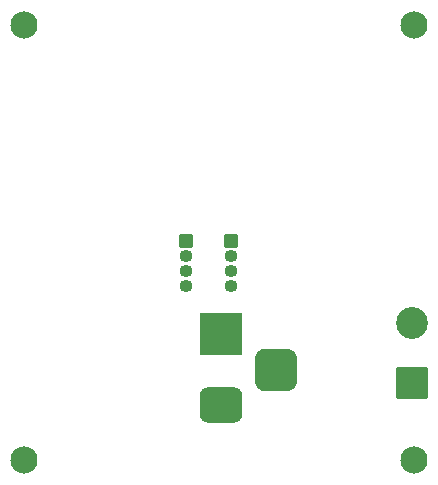
<source format=gbs>
%TF.GenerationSoftware,KiCad,Pcbnew,7.0.5*%
%TF.CreationDate,2023-09-05T15:51:43-07:00*%
%TF.ProjectId,esp32_basic_led_controller,65737033-325f-4626-9173-69635f6c6564,v01 Rev1.0*%
%TF.SameCoordinates,Original*%
%TF.FileFunction,Soldermask,Bot*%
%TF.FilePolarity,Negative*%
%FSLAX46Y46*%
G04 Gerber Fmt 4.6, Leading zero omitted, Abs format (unit mm)*
G04 Created by KiCad (PCBNEW 7.0.5) date 2023-09-05 15:51:43*
%MOMM*%
%LPD*%
G01*
G04 APERTURE LIST*
G04 Aperture macros list*
%AMRoundRect*
0 Rectangle with rounded corners*
0 $1 Rounding radius*
0 $2 $3 $4 $5 $6 $7 $8 $9 X,Y pos of 4 corners*
0 Add a 4 corners polygon primitive as box body*
4,1,4,$2,$3,$4,$5,$6,$7,$8,$9,$2,$3,0*
0 Add four circle primitives for the rounded corners*
1,1,$1+$1,$2,$3*
1,1,$1+$1,$4,$5*
1,1,$1+$1,$6,$7*
1,1,$1+$1,$8,$9*
0 Add four rect primitives between the rounded corners*
20,1,$1+$1,$2,$3,$4,$5,0*
20,1,$1+$1,$4,$5,$6,$7,0*
20,1,$1+$1,$6,$7,$8,$9,0*
20,1,$1+$1,$8,$9,$2,$3,0*%
G04 Aperture macros list end*
%ADD10RoundRect,0.050800X-0.500000X-0.500000X0.500000X-0.500000X0.500000X0.500000X-0.500000X0.500000X0*%
%ADD11O,1.101600X1.101600*%
%ADD12C,2.301600*%
%ADD13RoundRect,0.925800X0.875000X-0.875000X0.875000X0.875000X-0.875000X0.875000X-0.875000X-0.875000X0*%
%ADD14RoundRect,0.800800X1.000000X-0.750000X1.000000X0.750000X-1.000000X0.750000X-1.000000X-0.750000X0*%
%ADD15RoundRect,0.050800X1.750000X-1.750000X1.750000X1.750000X-1.750000X1.750000X-1.750000X-1.750000X0*%
%ADD16RoundRect,0.050800X1.300000X-1.300000X1.300000X1.300000X-1.300000X1.300000X-1.300000X-1.300000X0*%
%ADD17C,2.701600*%
G04 APERTURE END LIST*
D10*
%TO.C,U3*%
X120396000Y-98298000D03*
D11*
X120396000Y-99568000D03*
X120396000Y-100838000D03*
X120396000Y-102108000D03*
%TD*%
D12*
%TO.C,H2*%
X139700000Y-80010000D03*
%TD*%
D13*
%TO.C,J1*%
X128016000Y-109220000D03*
D14*
X123316000Y-112220000D03*
D15*
X123316000Y-106220000D03*
%TD*%
D12*
%TO.C,H1*%
X106680000Y-80010000D03*
%TD*%
%TO.C,H4*%
X139700000Y-116840000D03*
%TD*%
%TO.C,H3*%
X106680000Y-116840000D03*
%TD*%
D10*
%TO.C,J3*%
X124206000Y-98298000D03*
D11*
X124206000Y-99568000D03*
X124206000Y-100838000D03*
X124206000Y-102108000D03*
%TD*%
D16*
%TO.C,J2*%
X139505000Y-110345000D03*
D17*
X139505000Y-105265000D03*
%TD*%
M02*

</source>
